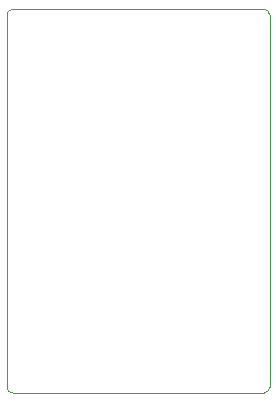
<source format=gbr>
%TF.GenerationSoftware,KiCad,Pcbnew,8.0.7*%
%TF.CreationDate,2025-02-16T22:30:25-06:00*%
%TF.ProjectId,MotorDriver,4d6f746f-7244-4726-9976-65722e6b6963,rev?*%
%TF.SameCoordinates,Original*%
%TF.FileFunction,Profile,NP*%
%FSLAX46Y46*%
G04 Gerber Fmt 4.6, Leading zero omitted, Abs format (unit mm)*
G04 Created by KiCad (PCBNEW 8.0.7) date 2025-02-16 22:30:25*
%MOMM*%
%LPD*%
G01*
G04 APERTURE LIST*
%TA.AperFunction,Profile*%
%ADD10C,0.050000*%
%TD*%
G04 APERTURE END LIST*
D10*
X123250000Y-105250000D02*
G75*
G02*
X122750000Y-104750000I0J500000D01*
G01*
X122750000Y-73250000D02*
G75*
G02*
X123250000Y-72750000I500000J0D01*
G01*
X144500000Y-72750000D02*
X123250000Y-72750000D01*
X144500000Y-72750000D02*
G75*
G02*
X145000000Y-73250000I0J-500000D01*
G01*
X122750000Y-73250000D02*
X122750000Y-104750000D01*
X123250000Y-105250000D02*
X144500000Y-105250000D01*
X145000000Y-104750000D02*
X145000000Y-73250000D01*
X145000000Y-104750000D02*
G75*
G02*
X144500000Y-105250000I-500000J0D01*
G01*
M02*

</source>
